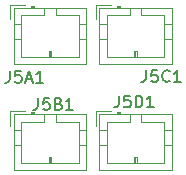
<source format=gbr>
%TF.GenerationSoftware,KiCad,Pcbnew,(6.0.6)*%
%TF.CreationDate,2022-06-27T09:59:18-07:00*%
%TF.ProjectId,KnightPCB,4b6e6967-6874-4504-9342-2e6b69636164,rev?*%
%TF.SameCoordinates,Original*%
%TF.FileFunction,Legend,Top*%
%TF.FilePolarity,Positive*%
%FSLAX46Y46*%
G04 Gerber Fmt 4.6, Leading zero omitted, Abs format (unit mm)*
G04 Created by KiCad (PCBNEW (6.0.6)) date 2022-06-27 09:59:18*
%MOMM*%
%LPD*%
G01*
G04 APERTURE LIST*
%ADD10C,0.150000*%
%ADD11C,0.120000*%
G04 APERTURE END LIST*
D10*
%TO.C,J5D1*%
X71390476Y-42152380D02*
X71390476Y-42866666D01*
X71342857Y-43009523D01*
X71247619Y-43104761D01*
X71104761Y-43152380D01*
X71009523Y-43152380D01*
X72342857Y-42152380D02*
X71866666Y-42152380D01*
X71819047Y-42628571D01*
X71866666Y-42580952D01*
X71961904Y-42533333D01*
X72200000Y-42533333D01*
X72295238Y-42580952D01*
X72342857Y-42628571D01*
X72390476Y-42723809D01*
X72390476Y-42961904D01*
X72342857Y-43057142D01*
X72295238Y-43104761D01*
X72200000Y-43152380D01*
X71961904Y-43152380D01*
X71866666Y-43104761D01*
X71819047Y-43057142D01*
X72819047Y-43152380D02*
X72819047Y-42152380D01*
X73057142Y-42152380D01*
X73200000Y-42200000D01*
X73295238Y-42295238D01*
X73342857Y-42390476D01*
X73390476Y-42580952D01*
X73390476Y-42723809D01*
X73342857Y-42914285D01*
X73295238Y-43009523D01*
X73200000Y-43104761D01*
X73057142Y-43152380D01*
X72819047Y-43152380D01*
X74342857Y-43152380D02*
X73771428Y-43152380D01*
X74057142Y-43152380D02*
X74057142Y-42152380D01*
X73961904Y-42295238D01*
X73866666Y-42390476D01*
X73771428Y-42438095D01*
%TO.C,J5A1*%
X62161904Y-40052380D02*
X62161904Y-40766666D01*
X62114285Y-40909523D01*
X62019047Y-41004761D01*
X61876190Y-41052380D01*
X61780952Y-41052380D01*
X63114285Y-40052380D02*
X62638095Y-40052380D01*
X62590476Y-40528571D01*
X62638095Y-40480952D01*
X62733333Y-40433333D01*
X62971428Y-40433333D01*
X63066666Y-40480952D01*
X63114285Y-40528571D01*
X63161904Y-40623809D01*
X63161904Y-40861904D01*
X63114285Y-40957142D01*
X63066666Y-41004761D01*
X62971428Y-41052380D01*
X62733333Y-41052380D01*
X62638095Y-41004761D01*
X62590476Y-40957142D01*
X63542857Y-40766666D02*
X64019047Y-40766666D01*
X63447619Y-41052380D02*
X63780952Y-40052380D01*
X64114285Y-41052380D01*
X64971428Y-41052380D02*
X64400000Y-41052380D01*
X64685714Y-41052380D02*
X64685714Y-40052380D01*
X64590476Y-40195238D01*
X64495238Y-40290476D01*
X64400000Y-40338095D01*
%TO.C,J5B1*%
X64540476Y-42352380D02*
X64540476Y-43066666D01*
X64492857Y-43209523D01*
X64397619Y-43304761D01*
X64254761Y-43352380D01*
X64159523Y-43352380D01*
X65492857Y-42352380D02*
X65016666Y-42352380D01*
X64969047Y-42828571D01*
X65016666Y-42780952D01*
X65111904Y-42733333D01*
X65350000Y-42733333D01*
X65445238Y-42780952D01*
X65492857Y-42828571D01*
X65540476Y-42923809D01*
X65540476Y-43161904D01*
X65492857Y-43257142D01*
X65445238Y-43304761D01*
X65350000Y-43352380D01*
X65111904Y-43352380D01*
X65016666Y-43304761D01*
X64969047Y-43257142D01*
X66302380Y-42828571D02*
X66445238Y-42876190D01*
X66492857Y-42923809D01*
X66540476Y-43019047D01*
X66540476Y-43161904D01*
X66492857Y-43257142D01*
X66445238Y-43304761D01*
X66350000Y-43352380D01*
X65969047Y-43352380D01*
X65969047Y-42352380D01*
X66302380Y-42352380D01*
X66397619Y-42400000D01*
X66445238Y-42447619D01*
X66492857Y-42542857D01*
X66492857Y-42638095D01*
X66445238Y-42733333D01*
X66397619Y-42780952D01*
X66302380Y-42828571D01*
X65969047Y-42828571D01*
X67492857Y-43352380D02*
X66921428Y-43352380D01*
X67207142Y-43352380D02*
X67207142Y-42352380D01*
X67111904Y-42495238D01*
X67016666Y-42590476D01*
X66921428Y-42638095D01*
%TO.C,J5C1*%
X73690476Y-40002380D02*
X73690476Y-40716666D01*
X73642857Y-40859523D01*
X73547619Y-40954761D01*
X73404761Y-41002380D01*
X73309523Y-41002380D01*
X74642857Y-40002380D02*
X74166666Y-40002380D01*
X74119047Y-40478571D01*
X74166666Y-40430952D01*
X74261904Y-40383333D01*
X74500000Y-40383333D01*
X74595238Y-40430952D01*
X74642857Y-40478571D01*
X74690476Y-40573809D01*
X74690476Y-40811904D01*
X74642857Y-40907142D01*
X74595238Y-40954761D01*
X74500000Y-41002380D01*
X74261904Y-41002380D01*
X74166666Y-40954761D01*
X74119047Y-40907142D01*
X75690476Y-40907142D02*
X75642857Y-40954761D01*
X75500000Y-41002380D01*
X75404761Y-41002380D01*
X75261904Y-40954761D01*
X75166666Y-40859523D01*
X75119047Y-40764285D01*
X75071428Y-40573809D01*
X75071428Y-40430952D01*
X75119047Y-40240476D01*
X75166666Y-40145238D01*
X75261904Y-40050000D01*
X75404761Y-40002380D01*
X75500000Y-40002380D01*
X75642857Y-40050000D01*
X75690476Y-40097619D01*
X76642857Y-41002380D02*
X76071428Y-41002380D01*
X76357142Y-41002380D02*
X76357142Y-40002380D01*
X76261904Y-40145238D01*
X76166666Y-40240476D01*
X76071428Y-40288095D01*
D11*
%TO.C,J5D1*%
X71500000Y-43540000D02*
X71200000Y-43540000D01*
X72300000Y-44350000D02*
X70350000Y-44350000D01*
X75860000Y-45050000D02*
X75250000Y-45050000D01*
X69740000Y-45050000D02*
X70350000Y-45050000D01*
X75860000Y-46350000D02*
X75250000Y-46350000D01*
X69740000Y-46350000D02*
X70350000Y-46350000D01*
X75250000Y-47850000D02*
X75250000Y-44350000D01*
X69440000Y-43440000D02*
X69440000Y-44690000D01*
X69740000Y-43740000D02*
X69740000Y-48460000D01*
X71500000Y-43640000D02*
X71200000Y-43640000D01*
X72700000Y-47350000D02*
X72900000Y-47350000D01*
X75250000Y-44350000D02*
X73300000Y-44350000D01*
X75860000Y-48460000D02*
X75860000Y-43740000D01*
X73300000Y-44350000D02*
X73300000Y-43740000D01*
X72300000Y-43740000D02*
X72300000Y-44350000D01*
X69740000Y-48460000D02*
X75860000Y-48460000D01*
X72900000Y-47350000D02*
X72900000Y-47850000D01*
X72700000Y-47850000D02*
X72700000Y-47350000D01*
X70350000Y-44350000D02*
X70350000Y-47850000D01*
X70690000Y-43440000D02*
X69440000Y-43440000D01*
X71200000Y-43540000D02*
X71200000Y-43740000D01*
X72800000Y-47850000D02*
X72800000Y-47350000D01*
X71500000Y-43740000D02*
X71500000Y-43540000D01*
X70350000Y-47850000D02*
X75250000Y-47850000D01*
X75860000Y-43740000D02*
X69740000Y-43740000D01*
%TO.C,J5A1*%
X68000000Y-35350000D02*
X66050000Y-35350000D01*
X63950000Y-34540000D02*
X63950000Y-34740000D01*
X65050000Y-35350000D02*
X63100000Y-35350000D01*
X63100000Y-38850000D02*
X68000000Y-38850000D01*
X64250000Y-34540000D02*
X63950000Y-34540000D01*
X64250000Y-34740000D02*
X64250000Y-34540000D01*
X62490000Y-37350000D02*
X63100000Y-37350000D01*
X68610000Y-37350000D02*
X68000000Y-37350000D01*
X63100000Y-35350000D02*
X63100000Y-38850000D01*
X66050000Y-35350000D02*
X66050000Y-34740000D01*
X65450000Y-38850000D02*
X65450000Y-38350000D01*
X68610000Y-39460000D02*
X68610000Y-34740000D01*
X65450000Y-38350000D02*
X65650000Y-38350000D01*
X68000000Y-38850000D02*
X68000000Y-35350000D01*
X62490000Y-36050000D02*
X63100000Y-36050000D01*
X68610000Y-34740000D02*
X62490000Y-34740000D01*
X68610000Y-36050000D02*
X68000000Y-36050000D01*
X64250000Y-34640000D02*
X63950000Y-34640000D01*
X62190000Y-34440000D02*
X62190000Y-35690000D01*
X62490000Y-34740000D02*
X62490000Y-39460000D01*
X65650000Y-38350000D02*
X65650000Y-38850000D01*
X65550000Y-38850000D02*
X65550000Y-38350000D01*
X62490000Y-39460000D02*
X68610000Y-39460000D01*
X65050000Y-34740000D02*
X65050000Y-35350000D01*
X63440000Y-34440000D02*
X62190000Y-34440000D01*
%TO.C,J5B1*%
X65450000Y-47850000D02*
X65450000Y-47350000D01*
X62190000Y-43440000D02*
X62190000Y-44690000D01*
X64250000Y-43740000D02*
X64250000Y-43540000D01*
X68000000Y-47850000D02*
X68000000Y-44350000D01*
X68000000Y-44350000D02*
X66050000Y-44350000D01*
X65650000Y-47350000D02*
X65650000Y-47850000D01*
X63100000Y-44350000D02*
X63100000Y-47850000D01*
X65050000Y-44350000D02*
X63100000Y-44350000D01*
X64250000Y-43640000D02*
X63950000Y-43640000D01*
X64250000Y-43540000D02*
X63950000Y-43540000D01*
X63100000Y-47850000D02*
X68000000Y-47850000D01*
X68610000Y-48460000D02*
X68610000Y-43740000D01*
X63440000Y-43440000D02*
X62190000Y-43440000D01*
X62490000Y-48460000D02*
X68610000Y-48460000D01*
X68610000Y-45050000D02*
X68000000Y-45050000D01*
X62490000Y-46350000D02*
X63100000Y-46350000D01*
X62490000Y-45050000D02*
X63100000Y-45050000D01*
X65050000Y-43740000D02*
X65050000Y-44350000D01*
X68610000Y-43740000D02*
X62490000Y-43740000D01*
X65450000Y-47350000D02*
X65650000Y-47350000D01*
X66050000Y-44350000D02*
X66050000Y-43740000D01*
X63950000Y-43540000D02*
X63950000Y-43740000D01*
X62490000Y-43740000D02*
X62490000Y-48460000D01*
X65550000Y-47850000D02*
X65550000Y-47350000D01*
X68610000Y-46350000D02*
X68000000Y-46350000D01*
%TO.C,J5C1*%
X75250000Y-35350000D02*
X73300000Y-35350000D01*
X72300000Y-34740000D02*
X72300000Y-35350000D01*
X69740000Y-39460000D02*
X75860000Y-39460000D01*
X72700000Y-38850000D02*
X72700000Y-38350000D01*
X75860000Y-39460000D02*
X75860000Y-34740000D01*
X75860000Y-34740000D02*
X69740000Y-34740000D01*
X72700000Y-38350000D02*
X72900000Y-38350000D01*
X72300000Y-35350000D02*
X70350000Y-35350000D01*
X75250000Y-38850000D02*
X75250000Y-35350000D01*
X71500000Y-34740000D02*
X71500000Y-34540000D01*
X71500000Y-34640000D02*
X71200000Y-34640000D01*
X70350000Y-38850000D02*
X75250000Y-38850000D01*
X75860000Y-37350000D02*
X75250000Y-37350000D01*
X70690000Y-34440000D02*
X69440000Y-34440000D01*
X69740000Y-36050000D02*
X70350000Y-36050000D01*
X75860000Y-36050000D02*
X75250000Y-36050000D01*
X69740000Y-37350000D02*
X70350000Y-37350000D01*
X72800000Y-38850000D02*
X72800000Y-38350000D01*
X69440000Y-34440000D02*
X69440000Y-35690000D01*
X70350000Y-35350000D02*
X70350000Y-38850000D01*
X72900000Y-38350000D02*
X72900000Y-38850000D01*
X69740000Y-34740000D02*
X69740000Y-39460000D01*
X73300000Y-35350000D02*
X73300000Y-34740000D01*
X71200000Y-34540000D02*
X71200000Y-34740000D01*
X71500000Y-34540000D02*
X71200000Y-34540000D01*
%TD*%
M02*

</source>
